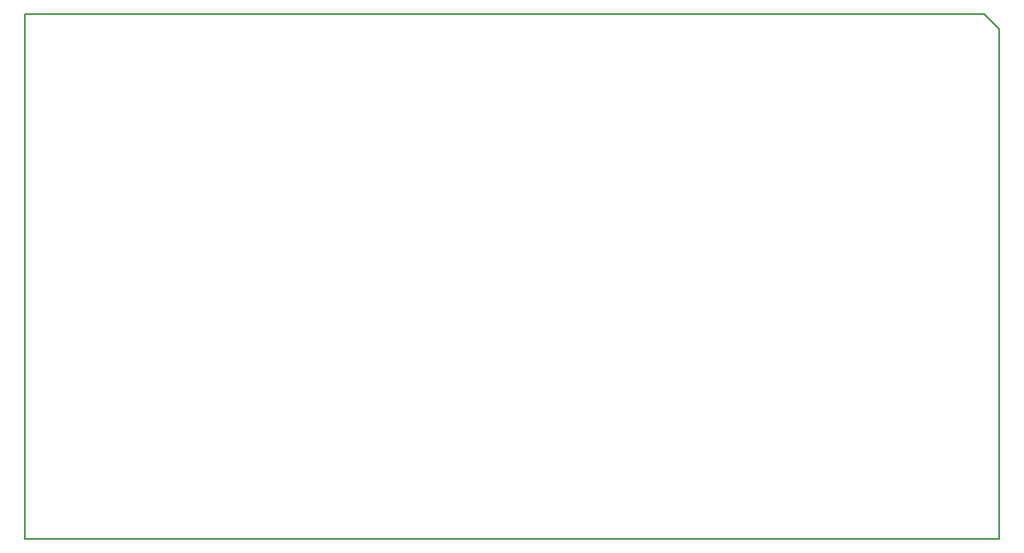
<source format=gm1>
G04 #@! TF.GenerationSoftware,KiCad,Pcbnew,(5.1.7)-1*
G04 #@! TF.CreationDate,2021-04-14T19:18:07-03:00*
G04 #@! TF.ProjectId,BlackPill Adaptor,426c6163-6b50-4696-9c6c-204164617074,rev?*
G04 #@! TF.SameCoordinates,Original*
G04 #@! TF.FileFunction,Profile,NP*
%FSLAX46Y46*%
G04 Gerber Fmt 4.6, Leading zero omitted, Abs format (unit mm)*
G04 Created by KiCad (PCBNEW (5.1.7)-1) date 2021-04-14 19:18:07*
%MOMM*%
%LPD*%
G01*
G04 APERTURE LIST*
G04 #@! TA.AperFunction,Profile*
%ADD10C,0.150000*%
G04 #@! TD*
G04 APERTURE END LIST*
D10*
X201168000Y-87503000D02*
X201168000Y-76200000D01*
X201168000Y-125857000D02*
X201168000Y-87503000D01*
X201168000Y-128397000D02*
X201168000Y-125857000D01*
X201168000Y-76200000D02*
X199644000Y-74676000D01*
X101727000Y-74676000D02*
X101727000Y-128397000D01*
X199644000Y-74676000D02*
X101727000Y-74676000D01*
X101727000Y-128397000D02*
X201168000Y-128397000D01*
M02*

</source>
